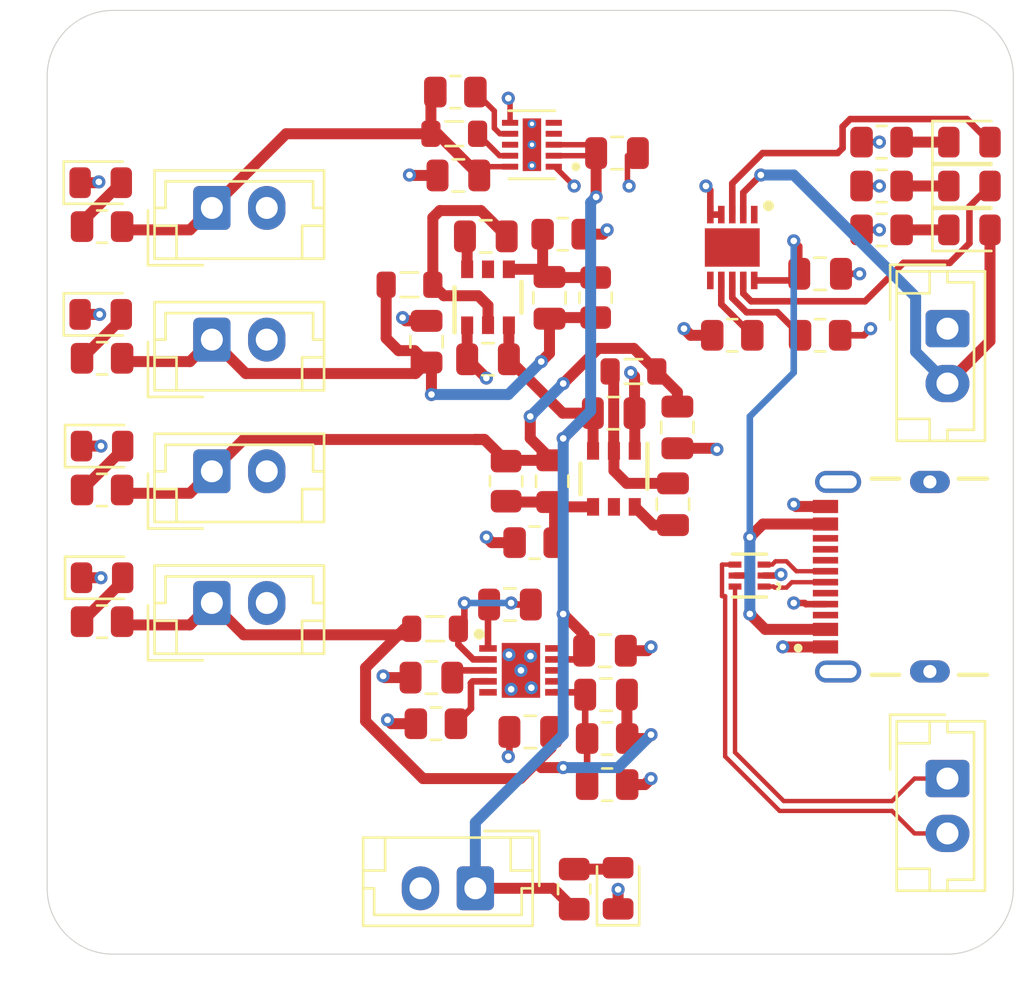
<source format=kicad_pcb>
(kicad_pcb (version 20240108) (generator "pcbnew") (generator_version "8.0")
  (layers (0 "F.Cu" signal) (1 "In1.Cu" signal) (2 "In2.Cu" signal) (31 "B.Cu" signal) (34 "B.Paste" user) (35 "F.Paste" user) (36 "B.SilkS" user "B.Silkscreen") (37 "F.SilkS" user "F.Silkscreen") (38 "B.Mask" user) (39 "F.Mask" user) (44 "Edge.Cuts" user))
  (net 0 "")
  (net 1 "VOUT2")
  (net 2 "GND")
  (net 3 "VOUT3")
  (net 4 "Net-(U4-FB)")
  (net 5 "Net-(U2-BOOT)")
  (net 6 "VBUS")
  (net 7 "VOUT4")
  (net 8 "Net-(U3-BOOT)")
  (net 9 "Net-(U4-INTVCC)")
  (net 10 "Net-(U4-BST)")
  (net 11 "STAT1")
  (net 12 "STAT2")
  (net 13 "BAT+")
  (net 14 "Net-(U1-SW)")
  (net 15 "Net-(U3-SW)")
  (net 16 "D+")
  (net 18 "D-")
  (net 19 "VIN")
  (net 20 "Net-(U4-SW)")
  (net 21 "Net-(U2-FB)")
  (net 22 "VOUT1")
  (net 23 "Net-(U2-SW)")
  (net 24 "Net-(D1-K)")
  (net 25 "Net-(D2-K)")
  (net 26 "Net-(U1-PG)")
  (net 27 "Net-(U4-RT)")
  (net 33 "Net-(U5-ILIM{slash}VSET)")
  (net 34 "Net-(U5-ISET)")
  (net 45 "Net-(U3-FB)")
  (net 46 "Net-(D3-K)")
  (net 47 "Net-(D4-A)")
  (net 48 "Net-(D5-A)")
  (net 49 "Net-(D6-A)")
  (net 50 "Net-(D7-A)")
  (net 51 "Net-(D8-A)")
  (net 52 "d++")
  (net 53 "d--")
  (footprint "Capacitor_SMD:C_0805_2012Metric" (layer "F.Cu") (at 77.998845 59.454082)
    (property "Reference" "CIN3" (hide yes))
    (property "Value" "1uF" (hide yes))
  )
  (footprint "Inductor_SMD:L_0805_2012Metric" (layer "F.Cu") (at 69.862291 69.279083)
    (property "Reference" "L2" (hide yes))
    (property "Value" "2.2uH" (hide yes))
  )
  (footprint "MountingHole:MountingHole_3.2mm_M3" (layer "F.Cu") (at 86.198845 81.104083)
    (property "Reference" "H3" (hide yes))
    (property "Value" "MountingHole")
  )
  (footprint "Connector_JST:JST_EH_B2B-EH-A_1x02_P2.50mm_Vertical" (layer "F.Cu") (at 59.698845 56.104083)
    (property "Reference" "J2" (hide yes))
    (property "Value" "Conn_01x02" (hide yes))
  )
  (footprint "SRAD_AVIONICS:BQ25185DLHR" (layer "F.Cu") (at 83.398844 51.906581 -90)
    (property "Reference" "U5" (hide yes))
    (property "Value" "BQ25185DLHR" (hide yes))
  )
  (footprint "LED_SMD:LED_0805_2012Metric" (layer "F.Cu") (at 54.698845 60.954083)
    (property "Reference" "D6" (hide yes))
    (property "Value" "LED")
  )
  (footprint "Connector_JST:JST_EH_B2B-EH-A_1x02_P2.50mm_Vertical" (layer "F.Cu") (at 93.198845 55.604083 -90)
    (property "Reference" "J7" (hide yes))
    (property "Value" "Conn_01x02" (hide yes))
  )
  (footprint "Capacitor_SMD:C_0805_2012Metric" (layer "F.Cu") (at 70.924791 48.624083 180)
    (property "Reference" "COUT1" (hide yes))
    (property "Value" "22uF" (hide yes))
  )
  (footprint "Resistor_SMD:R_0805_2012Metric" (layer "F.Cu") (at 76.198845 81.144083 -90)
    (property "Reference" "R18" (hide yes))
    (property "Value" "2kΩ")
  )
  (footprint "Capacitor_SMD:C_0805_2012Metric" (layer "F.Cu") (at 77.599791 70.279083)
    (property "Reference" "CIN4" (hide yes))
    (property "Value" "4.7uF" (hide yes))
  )
  (footprint "Capacitor_SMD:C_0805_2012Metric" (layer "F.Cu") (at 69.474791 56.199084 90)
    (property "Reference" "COUT2" (hide yes))
    (property "Value" "47uF" (hide yes))
  )
  (footprint "Connector_JST:JST_EH_B2B-EH-A_1x02_P2.50mm_Vertical" (layer "F.Cu") (at 59.698845 68.104083)
    (property "Reference" "J4" (hide yes))
    (property "Value" "Conn_01x02" (hide yes))
  )
  (footprint "LED_SMD:LED_0805_2012Metric" (layer "F.Cu") (at 54.636345 48.954083)
    (property "Reference" "D4" (hide yes))
    (property "Value" "LED")
  )
  (footprint "Resistor_SMD:R_0805_2012Metric" (layer "F.Cu") (at 83.398844 55.906581 180)
    (property "Reference" "R4" (hide yes))
    (property "Value" "5kΩ")
  )
  (footprint "Resistor_SMD:R_0805_2012Metric" (layer "F.Cu") (at 54.698845 62.954083)
    (property "Reference" "R16" (hide yes))
    (property "Value" "2kΩ")
  )
  (footprint "Capacitor_SMD:C_0805_2012Metric" (layer "F.Cu") (at 74.199791 73.979083)
    (property "Reference" "C3" (hide yes))
    (property "Value" "22uF" (hide yes))
  )
  (footprint "LED_SMD:LED_0805_2012Metric" (layer "F.Cu") (at 94.198845 49.104083)
    (property "Reference" "D1" (hide yes))
    (property "Value" "LED")
  )
  (footprint "MountingHole:MountingHole_3.2mm_M3" (layer "F.Cu") (at 55.198845 44.104083)
    (property "Reference" "H1" (hide yes))
    (property "Value" "MountingHole")
  )
  (footprint "Resistor_SMD:R_0805_2012Metric" (layer "F.Cu") (at 54.698845 50.954083)
    (property "Reference" "R7" (hide yes))
    (property "Value" "2kΩ")
  )
  (footprint "Inductor_SMD:L_0805_2012Metric" (layer "F.Cu") (at 70.737291 46.724083 180)
    (property "Reference" "L1" (hide yes))
    (property "Value" "10nH" (hide yes))
  )
  (footprint "Capacitor_SMD:C_0805_2012Metric" (layer "F.Cu") (at 77.649791 72.279083)
    (property "Reference" "C2" (hide yes))
    (property "Value" "10pF" (hide yes))
  )
  (footprint "Resistor_SMD:R_0805_2012Metric" (layer "F.Cu") (at 87.398844 55.906582)
    (property "Reference" "R5" (hide yes))
    (property "Value" "1kΩ")
  )
  (footprint "Resistor_SMD:R_0805_2012Metric" (layer "F.Cu") (at 70.787291 44.824083 180)
    (property "Reference" "R3" (hide yes))
    (property "Value" "100k" (hide yes))
  )
  (footprint "MountingHole:MountingHole_3.2mm_M3" (layer "F.Cu") (at 55.198845 81.104083)
    (property "Reference" "H4" (hide yes))
    (property "Value" "MountingHole")
  )
  (footprint "Connector_JST:JST_EH_B2B-EH-A_1x02_P2.50mm_Vertical" (layer "F.Cu") (at 71.698845 81.104083 180)
    (property "Reference" "J5" (hide yes))
    (property "Value" "Conn_01x02" (hide yes))
  )
  (footprint "SRAD_AVIONICS:GCT_USB4105-GF-A-060" (layer "F.Cu") (at 92.398844 66.906581 90)
    (property "Reference" "P1" (hide yes))
    (property "Value" "USB_C_Plug_USB2.0")
  )
  (footprint "Resistor_SMD:R_0805_2012Metric" (layer "F.Cu") (at 54.698845 56.954083)
    (property "Reference" "R15" (hide yes))
    (property "Value" "2kΩ")
  )
  (footprint "Capacitor_SMD:C_0805_2012Metric" (layer "F.Cu") (at 69.698845 71.504083 180)
    (property "Reference" "C6" (hide yes))
    (property "Value" "1uF" (hide yes))
  )
  (footprint "Capacitor_SMD:C_0805_2012Metric" (layer "F.Cu") (at 80.898842 60.104083 -90)
    (property "Reference" "COUT3" (hide yes))
    (property "Value" "47uF" (hide yes))
  )
  (footprint "LED_SMD:LED_0805_2012Metric" (layer "F.Cu") (at 54.636345 54.954083)
    (property "Reference" "D5" (hide yes))
    (property "Value" "LED")
  )
  (footprint "Capacitor_SMD:C_0805_2012Metric" (layer "F.Cu") (at 72.174791 51.399084 180)
    (property "Reference" "C4" (hide yes))
    (property "Value" "3.3uF" (hide yes))
  )
  (footprint "Connector_JST:JST_EH_B2B-EH-A_1x02_P2.50mm_Vertical" (layer "F.Cu") (at 59.698845 62.104083)
    (property "Reference" "J3" (hide yes))
    (property "Value" "Conn_01x02" (hide yes))
  )
  (footprint "LED_SMD:LED_0805_2012Metric" (layer "F.Cu") (at 54.698845 66.954083)
    (property "Reference" "D7" (hide yes))
    (property "Value" "LED")
  )
  (footprint "Capacitor_SMD:C_0805_2012Metric" (layer "F.Cu") (at 72.27479 56.999084 180)
    (property "Reference" "CIN2" (hide yes))
    (property "Value" "3.3uF" (hide yes))
  )
  (footprint "SRAD_AVIONICS:LT8609AEDDM-5#TRPBF" (layer "F.Cu") (at 73.774791 71.174083)
    (property "Reference" "U4" (hide yes))
    (property "Value" "LT8609AEDDM-5#TRPBF" (hide yes))
  )
  (footprint "LED_SMD:LED_0805_2012Metric" (layer "F.Cu") (at 94.198845 51.104083)
    (property "Reference" "D2" (hide yes))
    (property "Value" "LED")
  )
  (footprint "Connector_JST:JST_EH_B2B-EH-A_1x02_P2.50mm_Vertical" (layer "F.Cu") (at 59.698845 50.104083)
    (property "Reference" "J1" (hide yes))
    (property "Value" "Conn_01x02" (hide yes))
  )
  (footprint "Resistor_SMD:R_0805_2012Metric" (layer "F.Cu") (at 77.17479 54.186585 -90)
    (property "Reference" "R11" (hide yes))
    (property "Value" "100k" (hide yes))
  )
  (footprint "MountingHole:MountingHole_3.2mm_M3" (layer "F.Cu") (at 86.198845 44.104083)
    (property "Reference" "H2" (hide yes))
    (property "Value" "MountingHole")
  )
  (footprint "Connector_JST:JST_EH_B2B-EH-A_1x02_P2.50mm_Vertical" (layer "F.Cu") (at 93.198845 76.104083 -90)
    (property "Reference" "J6" (hide yes))
    (property "Value" "Conn_01x02" (hide yes))
  )
  (footprint "Capacitor_SMD:C_0805_2012Metric" (layer "F.Cu") (at 80.698845 63.604083 -90)
    (property "Reference" "C5" (hide yes))
    (property "Value" "100nF" (hide yes))
  )
  (footprint "Capacitor_SMD:C_0805_2012Metric" (layer "F.Cu") (at 73.274791 68.174083 180)
    (property "Reference" "C7" (hide yes))
    (property "Value" "2.2uH" (hide yes))
  )
  (footprint "Resistor_SMD:R_0805_2012Metric" (layer "F.Cu") (at 73.098844 62.554083 90)
    (property "Reference" "R13" (hide yes))
    (property "Value" "100k" (hide yes))
  )
  (footprint "LED_SMD:LED_0805_2012Metric" (layer "F.Cu") (at 78.198845 81.104083 90)
    (property "Reference" "D8" (hide yes))
    (property "Value" "LED")
  )
  (footprint "Resistor_SMD:R_0805_2012Metric" (layer "F.Cu") (at 77.699791 76.379083 180)
    (property "Reference" "R8" (hide yes))
    (property "Value" "187kΩ" (hide yes))
  )
  (footprint "Resistor_SMD:R_0805_2012Metric" (layer "F.Cu") (at 77.699791 74.279083)
    (property "Reference" "R9" (hide yes))
    (property "Value" "1MΩ" (hide yes))
  )
  (footprint "LED_SMD:LED_0805_2012Metric" (layer "F.Cu") (at 94.198845 47.104083)
    (property "Reference" "D3" (hide yes))
    (property "Value" "LED")
  )
  (footprint "SRAD_AVIONICS:TPS62177DQCR" (layer "F.Cu") (at 74.274791 47.224084 180)
    (property "Reference" "U1" (hide yes))
    (property "Value" "TPS62177DQCR")
  )
  (footprint "Capacitor_SMD:C_0805_2012Metric" (layer "F.Cu") (at 87.398844 53.104083 180)
    (property "Reference" "C1" (hide yes))
    (property "Value" "1uF")
  )
  (footprint "Resistor_SMD:R_0805_2012Metric" (layer "F.Cu") (at 75.67479 51.299084 180)
    (property "Reference" "R12" (hide yes))
    (property "Value" "100k" (hide yes))
  )
  (footprint "Resistor_SMD:R_0805_2012Metric" (layer "F.Cu") (at 69.899791 73.604083 180)
    (property "Reference" "R10" (hide yes))
    (property "Value" "18.2kΩ" (hide yes))
  )
  (footprint "Capacitor_SMD:C_0805_2012Metric" (layer "F.Cu") (at 75.07479 54.199084 90)
    (property "Reference" "C8" (hide yes))
    (property "Value" "3.3uF" (hide yes))
  )
  (footprint "Inductor_SMD:L_0805_2012Metric" (layer "F.Cu") (at 78.898845 57.554083)
    (property "Reference" "L4" (hide yes))
    (property "Value" "8.2nF" (hide yes))
  )
  (footprint "Capacitor_SMD:C_0805_2012Metric" (layer "F.Cu") (at 78.148844 47.604083)
    (property "Reference" "CIN1" (hide yes))
    (property "Value" "2.2uF" (hide yes))
  )
  (footprint "Resistor_SMD:R_0805_2012Metric" (layer "F.Cu") (at 54.698845 68.954083)
    (property "Reference" "R17" (hide yes))
    (property "Value" "2kΩ")
  )
  (footprint "Inductor_SMD:L_0805_2012Metric" (layer "F.Cu") (at 68.698845 53.604083 180)
    (property "Reference" "L3" (hide yes))
    (property "Value" "3.9uH" (hide yes))
  )
  (footprint "SRAD_AVIONICS:TPS54202HDDCR" (layer "F.Cu") (at 72.274791 54.174083 90)
    (property "Reference" "U2" (hide yes))
    (property "Value" "TPS54202HDDCR" (hide yes))
  )
  (footprint "SRAD_AVIONICS:SOT-666_STM-L" (layer "F.Cu") (at 84.184244 66.854085 180)
    (property "Reference" "U6" (hide yes))
    (property "Value" "USBLC6-2P6")
  )
  (footprint "SRAD_AVIONICS:TPS54202HDDCR" (layer "F.Cu") (at 78.00884 62.449084 -90)
    (property "Reference" "U3" (hide yes))
    (property "Value" "TPS54202HDDCR" (hide yes))
  )
  (footprint "Capacitor_SMD:C_0805_2012Metric" (layer "F.Cu") (at 75.198845 62.554082 -90)
    (property "Reference" "C9" (hide yes))
    (property "Value" "68pF" (hide yes))
  )
  (footprint "Resistor_SMD:R_0805_2012Metric" (layer "F.Cu") (at 90.198845 47.104083 180)
    (property "Reference" "R6" (hide yes))
    (property "Value" "10kΩ")
  )
  (footprint "Resistor_SMD:R_0805_2012Metric" (layer "F.Cu") (at 90.198845 49.104083 180)
    (property "Reference" "R2" (hide yes))
    (property "Value" "10kΩ")
  )
  (footprint "Resistor_SMD:R_0805_2012Metric" (layer "F.Cu") (at 74.398843 65.354083)
    (property "Reference" "R14" (hide yes))
    (property "Value" "50k" (hide yes))
  )
  (footprint "Resistor_SMD:R_0805_2012Metric" (layer "F.Cu") (at 90.198845 51.104083)
    (property "Reference" "R1" (hide yes))
    (property "Value" "10kΩ")
  )
  (gr_arc (start 55.198845 84.104083) (mid 53.077525 83.225403) (end 52.198845 81.104083) (stroke (width 0.05)) (layer "Edge.Cuts"))
  (gr_arc (start 52.198845 44.104083) (mid 53.077525 41.982763) (end 55.198845 41.104083) (stroke (width 0.05)) (layer "Edge.Cuts"))
  (gr_line (start 55.198845 84.104083) (end 93.198845 84.104083) (stroke (width 0.05)) (layer "Edge.Cuts"))
  (gr_line (start 52.198845 44.104083) (end 52.198845 81.104083) (stroke (width 0.05)) (layer "Edge.Cuts"))
  (gr_line (start 55.198845 41.104083) (end 93.198845 41.104083) (stroke (width 0.05)) (layer "Edge.Cuts"))
  (gr_arc (start 96.198845 81.104083) (mid 95.320165 83.225403) (end 93.198845 84.104083) (stroke (width 0.05)) (layer "Edge.Cuts"))
  (gr_line (start 96.198845 44.104083) (end 96.198845 81.104083) (stroke (width 0.05)) (layer "Edge.Cuts"))
  (gr_arc (start 93.198845 41.104083) (mid 95.320165 41.982763) (end 96.198845 44.104083) (stroke (width 0.05)) (layer "Edge.Cuts"))
  (segment (start 77.17479 55.099085) (end 75.124788 55.099085) (width 0.5) (layer "F.Cu") (net 1))
  (segment (start 75.07479 56.728138) (end 74.698845 57.104083) (width 0.5) (layer "F.Cu") (net 1))
  (segment (start 75.07479 55.149083) (end 75.07479 56.728138) (width 0.5) (layer "F.Cu") (net 1))
  (segment (start 68.929791 56.604083) (end 69.474791 57.149083) (width 0.5) (layer "F.Cu") (net 1))
  (segment (start 59.698845 56.104083) (end 58.698845 57.104083) (width 0.5) (layer "F.Cu") (net 1))
  (segment (start 55.761345 57.104083) (end 55.611345 56.954083) (width 0.5) (layer "F.Cu") (net 1))
  (segment (start 67.636345 53.604083) (end 67.636345 56.041583) (width 0.5) (layer "F.Cu") (net 1))
  (segment (start 68.198845 56.604083) (end 68.929791 56.604083) (width 0.5) (layer "F.Cu") (net 1))
  (segment (start 67.636345 56.041583) (end 68.198845 56.604083) (width 0.5) (layer "F.Cu") (net 1))
  (segment (start 69.698845 57.373137) (end 69.474791 57.149083) (width 0.5) (layer "F.Cu") (net 1))
  (segment (start 75.124788 55.099085) (end 75.07479 55.149083) (width 0.5) (layer "F.Cu") (net 1))
  (segment (start 68.974853 57.649021) (end 61.243783 57.649021) (width 0.5) (layer "F.Cu") (net 1))
  (segment (start 58.698845 57.104083) (end 55.761345 57.104083) (width 0.5) (layer "F.Cu") (net 1))
  (segment (start 61.243783 57.649021) (end 59.698845 56.104083) (width 0.5) (layer "F.Cu") (net 1))
  (segment (start 69.698845 58.604083) (end 69.698845 57.373137) (width 0.5) (layer "F.Cu") (net 1))
  (segment (start 69.474791 57.149083) (end 68.974853 57.649021) (width 0.5) (layer "F.Cu") (net 1))
  (via (at 74.698845 57.104083) (size 0.6) (drill 0.3) (layers "F.Cu" "B.Cu") (net 1))
  (via (at 69.698845 58.604083) (size 0.6) (drill 0.3) (layers "F.Cu" "B.Cu") (net 1))
  (segment (start 74.698845 57.104083) (end 73.198845 58.604083) (width 0.5) (layer "B.Cu") (net 1))
  (segment (start 73.198845 58.604083) (end 69.698845 58.604083) (width 0.5) (layer "B.Cu") (net 1))
  (segment (start 67.572899 71.504083) (end 67.497899 71.429083) (width 0.5) (layer "F.Cu") (net 2))
  (segment (start 86.698845 68.104083) (end 86.198845 68.104083) (width 0.3) (layer "F.Cu") (net 2))
  (segment (start 71.324791 56.999084) (end 71.343846 56.999084) (width 0.5) (layer "F.Cu") (net 2))
  (segment (start 53.698845 48.954083) (end 54.513183 48.954083) (width 0.5) (layer "F.Cu") (net 2))
  (segment (start 78.612291 76.379083) (end 79.423845 76.379083) (width 0.5) (layer "F.Cu") (net 2))
  (segment (start 87.643844 70.106581) (end 85.701343 70.106581) (width 0.5) (layer "F.Cu") (net 2))
  (segment (start 87.643844 63.706581) (end 86.301343 63.706581) (width 0.5) (layer "F.Cu") (net 2))
  (segment (start 67.873845 73.604083) (end 67.698845 73.429083) (width 0.5) (layer "F.Cu") (net 2))
  (segment (start 53.698845 54.954083) (end 54.586345 54.954083) (width 0.5) (layer "F.Cu") (net 2))
  (segment (start 75.269791 48.224084) (end 75.318846 48.224084) (width 0.25) (layer "F.Cu") (net 2))
  (segment (start 84.844644 66.854085) (end 85.566 66.854085) (width 0.3) (layer "F.Cu") (net 2))
  (segment (start 89.396346 55.906582) (end 89.698845 55.604083) (width 0.3) (layer "F.Cu") (net 2))
  (segment (start 78.948844 59.454082) (end 78.948844 57.779082) (width 0.5) (layer "F.Cu") (net 2))
  (segment (start 78.62479 47.724083) (end 78.62479 49.030028) (width 0.25) (layer "F.Cu") (net 2))
  (segment (start 78.948844 57.779082) (end 78.773845 57.604083) (width 0.5) (layer "F.Cu") (net 2))
  (segment (start 78.958841 59.464079) (end 78.948844 59.454082) (width 0.5) (layer "F.Cu") (net 2))
  (segment (start 79.423845 76.379083) (end 79.698845 76.104083) (width 0.5) (layer "F.Cu") (net 2))
  (segment (start 73.249791 73.979083) (end 73.249791 75.053137) (width 0.3) (layer "F.Cu") (net 2))
  (segment (start 87.643844 68.156581) (end 86.751343 68.156581) (width 0.3) (layer "F.Cu") (net 2))
  (segment (start 69.474791 55.249085) (end 68.531347 55.249085) (width 0.5) (layer "F.Cu") (net 2))
  (segment (start 80.898842 61.054082) (end 82.648844 61.054082) (width 0.5) (layer "F.Cu") (net 2))
  (segment (start 76.58729 51.299084) (end 77.503844 51.299084) (width 0.5) (layer "F.Cu") (net 2))
  (segment (start 53.761345 66.954083) (end 54.648845 66.954083) (width 0.5) (layer "F.Cu") (net 2))
  (segment (start 86.301343 63.706581) (end 86.198845 63.604083) (width 0.5) (layer "F.Cu") (net 2))
  (segment (start 72.448845 65.354083) (end 72.198845 65.104083) (width 0.5) (layer "F.Cu") (net 2))
  (segment (start 71.32479 56.999083) (end 71.324791 56.999084) (width 0.5) (layer "F.Cu") (net 2))
  (segment (start 73.486343 65.354083) (end 72.448845 65.354083) (width 0.5) (layer "F.Cu") (net 2))
  (segment (start 68.748845 71.504083) (end 67.572899 71.504083) (width 0.5) (layer "F.Cu") (net 2))
  (segment (start 68.718845 48.624083) (end 68.698845 48.604083) (width 0.5) (layer "F.Cu") (net 2))
  (segment (start 82.486344 55.906581) (end 81.501343 55.906581) (width 0.5) (layer "F.Cu") (net 2))
  (segment (start 82.898844 50.406581) (end 82.398844 50.406581) (width 0.3) (layer "F.Cu") (net 2))
  (segment (start 71.32479 55.449084) (end 71.32479 56.999083) (width 0.5) (layer "F.Cu") (net 2))
  (segment (start 78.958841 61.174083) (end 78.958841 59.464079) (width 0.5) (layer "F.Cu") (net 2))
  (segment (start 78.549791 70.279083) (end 79.523845 70.279083) (width 0.5) (layer "F.Cu") (net 2))
  (segment (start 68.531347 55.249085) (end 68.386345 55.104083) (width 0.5) (layer "F.Cu") (net 2))
  (segment (start 85.566 66.854085) (end 85.616002 66.804083) (width 0.3) (layer "F.Cu") (net 2))
  (segment (start 54.513183 48.954083) (end 54.549764 48.917502) (width 0.5) (layer "F.Cu") (net 2))
  (segment (start 82.398844 49.304082) (end 82.198845 49.104083) (width 0.3) (layer "F.Cu") (net 2))
  (segment (start 75.318846 48.224084) (end 76.198845 49.104083) (width 0.25) (layer "F.Cu") (net 2))
  (segment (start 79.523845 70.279083) (end 79.698845 70.104083) (width 0.5) (layer "F.Cu") (net 2))
  (segment (start 89.286345 49.104083) (end 90.098845 49.104083) (width 0.3) (layer "F.Cu") (net 2))
  (segment (start 73.279791 45.185029) (end 73.198845 45.104083) (width 0.25) (layer "F.Cu") (net 2))
  (segment (start 78.62479 49.030028) (end 78.698845 49.104083) (width 0.25) (layer "F.Cu") (net 2))
  (segment (start 89.286345 47.104083) (end 90.098845 47.104083) (width 0.3) (layer "F.Cu") (net 2))
  (segment (start 73.279791 46.224084) (end 73.279791 45.185029) (width 0.25) (layer "F.Cu") (net 2))
  (segment (start 73.249791 75.053137) (end 73.198845 75.104083) (width 0.3) (layer "F.Cu") (net 2))
  (segment (start 86.751343 68.156581) (end 86.698845 68.104083) (width 0.3) (layer "F.Cu") (net 2))
  (segment (start 89.286345 51.104083) (end 90.098845 51.104083) (width 0.3) (layer "F.Cu") (net 2))
  (segment (start 68.987291 73.604083) (end 67.873845 73.604083) (width 0.5) (layer "F.Cu") (net 2))
  (segment (start 88.348843 53.104083) (end 89.198845 53.104083) (width 0.3) (layer "F.Cu") (net 2))
  (segment (start 82.648844 61.054082) (end 82.698845 61.104083) (width 0.5) (layer "F.Cu") (net 2))
  (segment (start 69.974792 48.624083) (end 68.718845 48.624083) (width 0.5) (layer "F.Cu") (net 2))
  (segment (start 85.701343 70.106581) (end 85.698845 70.104083) (width 0.5) (layer "F.Cu") (net 2))
  (segment (start 81.501343 55.906581) (end 81.198845 55.604083) (width 0.5) (layer "F.Cu") (net 2))
  (segment (start 77.503844 51.299084) (end 77.698845 51.104083) (width 0.5) (layer "F.Cu") (net 2))
  (segment (start 78.198845 82.041584) (end 78.198845 81.154082) (width 0.5) (layer "F.Cu") (net 2))
  (segment (start 88.311344 55.906582) (end 89.396346 55.906582) (width 0.3) (layer "F.Cu") (net 2))
  (segment (start 71.343846 56.999084) (end 72.198845 57.854083) (width 0.5) (layer "F.Cu") (net 2))
  (segment (start 53.761345 60.954083) (end 54.648845 60.954083) (width 0.5) (layer "F.Cu") (net 2))
  (segment (start 82.398844 50.406581) (end 82.398844 49.304082) (width 0.3) (layer "F.Cu") (net 2))
  (via (at 54.648845 60.954083) (size 0.6) (drill 0.3) (layers "F.Cu" "B.Cu") (net 2))
  (via (at 77.698845 51.104083) (size 0.6) (drill 0.3) (layers "F.Cu" "B.Cu") (net 2))
  (via (at 78.698845 49.104083) (size 0.6) (drill 0.3) (layers "F.Cu" "B.Cu") (net 2))
  (via (at 73.198845 45.104083) (size 0.6) (drill 0.3) (layers "F.Cu" "B.Cu") (net 2))
  (via (at 76.198845 49.104083) (size 0.6) (drill 0.3) (layers "F.Cu" "B.Cu") (net 2))
  (via (at 68.386345 55.104083) (size 0.6) (drill 0.3) (layers "F.Cu" "B.Cu") (net 2))
  (via (at 73.774791 71.174083) (size 0.6) (drill 0.3) (layers "F.Cu" "B.Cu") (net 2))
  (via (at 72.198845 65.104083) (size 0.6) (drill 0.3) (layers "F.Cu" "B.Cu") (net 2))
  (via (at 73.228845 70.464083) (size 0.6) (drill 0.3) (layers "F.Cu" "B.Cu") (net 2))
  (via (at 73.328845 72.034083) (size 0.6) (drill 0.3) (layers "F.Cu" "B.Cu") (net 2))
  (via (at 89.198845 53.104083) (size 0.6) (drill 0.3) (layers "F.Cu" "B.Cu") (net 2))
  (via (at 89.698845 55.604083) (size 0.6) (drill 0.3) (layers "F.Cu" "B.Cu") (net 2))
  (via (at 79.698845 70.104083) (size 0.6) (drill 0.3) (layers "F.Cu" "B.Cu") (net 2))
  (via (at 54.586345 54.954083) (size 0.6) (drill 0.3) (layers "F.Cu" "B.Cu") (net 2))
  (via (at 82.198845 49.104083) (size 0.6) (drill 0.3) (layers "F.Cu" "B.Cu") (net 2))
  (via (at 85.698845 70.104083) (size 0.6) (drill 0.3) (layers "F.Cu" "B.Cu") (net 2))
  (via (at 67.698845 73.429083) (size 0.6) (drill 0.3) (layers "F.Cu" "B.Cu") (net 2))
  (via (at 73.198845 75.104083) (size 0.6) (drill 0.3) (layers "F.Cu" "B.Cu") (net 2))
  (via (at 81.198845 55.604083) (size 0.6) (drill 0.3) (layers "F.Cu" "B.Cu") (net 2))
  (via (at 54.549764 48.917502) (size 0.6) (drill 0.3) (layers "F.Cu" "B.Cu") (net 2))
  (via (at 90.098845 49.104083) (size 0.6) (drill 0.3) (layers "F.Cu" "B.Cu") (net 2))
  (via (at 68.698845 48.604083) (size 0.6) (drill 0.3) (layers "F.Cu" "B.Cu") (net 2))
  (via (at 72.198845 57.854083) (size 0.6) (drill 0.3) (layers "F.Cu" "B.Cu") (net 2))
  (via (at 74.208845 70.524083) (size 0.6) (drill 0.3) (layers "F.Cu" "B.Cu") (net 2))
  (via (at 54.648845 66.954083) (size 0.6) (drill 0.3) (layers "F.Cu" "B.Cu") (net 2))
  (via (at 67.497899 71.429083) (size 0.6) (drill 0.3) (layers "F.Cu" "B.Cu") (net 2))
  (via (at 85.616002 66.804083) (size 0.6) (drill 0.3) (layers "F.Cu" "B.Cu") (net 2))
  (via (at 86.198845 68.104083) (size 0.6) (drill 0.3) (layers "F.Cu" "B.Cu") (net 2))
  (via (at 78.773845 57.604083) (size 0.6) (drill 0.3) (layers "F.Cu" "B.Cu") (net 2))
  (via (at 86.198845 63.604083) (size 0.6) (drill 0.3) (layers "F.Cu" "B.Cu") (net 2))
  (via (at 78.198845 81.154082) (size 0.6) (drill 0.3) (layers "F.Cu" "B.Cu") (net 2))
  (via (at 82.698845 61.104083) (size 0.6) (drill 0.3) (layers "F.Cu" "B.Cu") (net 2))
  (via (at 74.248845 71.964083) (size 0.6) (drill 0.3) (layers "F.Cu" "B.Cu") (net 2))
  (via (at 79.698845 76.104083) (size 0.6) (drill 0.3) (layers "F.Cu" "B.Cu") (net 2))
  (via (at 90.098845 51.104083) (size 0.6) (drill 0.3) (layers "F.Cu" "B.Cu") (net 2))
  (via (at 90.098845 47.104083) (size 0.6) (drill 0.3) (layers "F.Cu" "B.Cu") (net 2))
  (segment (start 80.898842 59.154084) (end 80.898842 58.49158) (width 0.5) (layer "F.Cu") (net 3))
  (segment (start 74.198845 60.604083) (end 75.198845 61.604083) (width 0.5) (layer "F.Cu") (net 3))
  (segment (start 78.911345 56.504083) (end 77.298845 56.504083) (width 0.5) (layer "F.Cu") (net 3))
  (segment (start 72.111344 60.654083) (end 71.698845 60.654083) (width 0.5) (layer "F.Cu") (net 3))
  (segment (start 79.961345 57.554083) (end 78.911345 56.504083) (width 0.5) (layer "F.Cu") (net 3))
  (segment (start 80.898842 58.49158) (end 79.961345 57.554083) (width 0.5) (layer "F.Cu") (net 3))
  (segment (start 77.298845 56.504083) (end 75.698845 58.104083) (width 0.5) (layer "F.Cu") (net 3))
  (segment (start 58.698845 63.104083) (end 55.761345 63.104083) (width 0.5) (layer "F.Cu") (net 3))
  (segment (start 55.761345 63.104083) (end 55.611345 62.954083) (width 0.5) (layer "F.Cu") (net 3))
  (segment (start 74.198845 59.604083) (end 74.198845 60.604083) (width 0.5) (layer "F.Cu") (net 3))
  (segment (start 71.698845 60.654083) (end 61.148845 60.654083) (width 0.5) (layer "F.Cu") (net 3))
  (segment (start 73.098844 61.641583) (end 72.111344 60.654083) (width 0.5) (layer "F.Cu") (net 3))
  (segment (start 75.198845 61.604083) (end 73.061343 61.604083) (width 0.5) (layer "F.Cu") (net 3))
  (segment (start 61.148845 60.654083) (end 59.698845 62.104083) (width 0.5) (layer "F.Cu") (net 3))
  (segment (start 59.698845 62.104083) (end 58.698845 63.104083) (width 0.5) (layer "F.Cu") (net 3))
  (segment (start 73.061343 61.604083) (end 72.111343 60.654083) (width 0.5) (layer "F.Cu") (net 3))
  (segment (start 72.111343 60.654083) (end 71.698845 60.654083) (width 0.5) (layer "F.Cu") (net 3))
  (via (at 74.198845 59.604083) (size 0.6) (drill 0.3) (layers "F.Cu" "B.Cu") (net 3))
  (via (at 75.698845 58.104083) (size 0.6) (drill 0.3) (layers "F.Cu" "B.Cu") (net 3))
  (segment (start 75.698845 58.104083) (end 74.198845 59.604083) (width 0.5) (layer "B.Cu") (net 3))
  (segment (start 76.699791 74.191583) (end 76.787291 74.279083) (width 0.3) (layer "F.Cu") (net 4))
  (segment (start 76.787291 74.279083) (end 76.787291 76.379083) (width 0.3) (layer "F.Cu") (net 4))
  (segment (start 76.699791 72.279083) (end 76.699791 74.191583) (width 0.3) (layer "F.Cu") (net 4))
  (segment (start 76.594791 72.174083) (end 76.699791 72.279083) (width 0.3) (layer "F.Cu") (net 4))
  (segment (start 75.274791 72.174083) (end 76.594791 72.174083) (width 0.3) (layer "F.Cu") (net 4))
  (segment (start 71.32479 52.899084) (end 71.32479 51.499082) (width 0.5) (layer "F.Cu") (net 5))
  (segment (start 71.32479 51.499082) (end 71.224792 51.399084) (width 0.5) (layer "F.Cu") (net 5))
  (segment (start 84.796347 64.506581) (end 84.198845 65.104083) (width 0.5) (layer "F.Cu") (net 6))
  (segment (start 84.901343 69.306581) (end 84.198845 68.604083) (width 0.5) (layer "F.Cu") (net 6))
  (segment (start 84.198845 66.897285) (end 84.198845 68.604083) (width 0.3) (layer "F.Cu") (net 6))
  (segment (start 84.155645 66.854085) (end 84.198845 66.897285) (width 0.3) (layer "F.Cu") (net 6))
  (segment (start 86.448845 51.854083) (end 86.448845 53.104083) (width 0.3) (layer "F.Cu") (net 6))
  (segment (start 86.198845 51.604083) (end 86.448845 51.854083) (width 0.3) (layer "F.Cu") (net 6))
  (segment (start 86.146347 53.406581) (end 84.398844 53.406581) (width 0.3) (layer "F.Cu") (net 6))
  (segment (start 84.198845 66.810885) (end 84.198845 65.104083) (width 0.3) (layer "F.Cu") (net 6))
  (segment (start 86.448845 53.104083) (end 86.146347 53.406581) (width 0.3) (layer "F.Cu") (net 6))
  (segment (start 87.643844 69.306581) (end 84.901343 69.306581) (width 0.5) (layer "F.Cu") (net 6))
  (segment (start 83.523844 66.854085) (end 84.155645 66.854085) (width 0.3) (layer "F.Cu") (net 6))
  (segment (start 87.643844 64.506581) (end 84.796347 64.506581) (width 0.5) (layer "F.Cu") (net 6))
  (segment (start 84.155645 66.854085) (end 84.198845 66.810885) (width 0.3) (layer "F.Cu") (net 6))
  (via (at 84.198845 68.604083) (size 0.6) (drill 0.3) (layers "F.Cu" "B.Cu") (net 6))
  (via (at 86.198845 51.604083) (size 0.6) (drill 0.3) (layers "F.Cu" "B.Cu") (net 6))
  (via (at 84.198845 65.104083) (size 0.6) (drill 0.3) (layers "F.Cu" "B.Cu") (net 6))
  (segment (start 84.198845 59.604083) (end 84.198845 65.104083) (width 0.3) (layer "B.Cu") (net 6))
  (segment (start 86.198845 51.604083) (end 86.198845 57.604083) (width 0.3) (layer "B.Cu") (net 6))
  (segment (start 84.198845 68.604083) (end 84.198845 65.104083) (width 0.5) (layer "B.Cu") (net 6))
  (segment (start 86.198845 57.604083) (end 84.198845 59.604083) (width 0.3) (layer "B.Cu") (net 6))
  (segment (start 58.698845 69.104083) (end 59.698845 68.104083) (width 0.5) (layer "F.Cu") (net 7))
  (segment (start 78.612291 74.279083) (end 79.523845 74.279083) (width 0.5) (layer "F.Cu") (net 7))
  (segment (start 75.149791 73.979083) (end 75.149791 74.704083) (width 0.5) (layer "F.Cu") (net 7))
  (segment (start 74.474318 75.379556) (end 73.749791 76.104083) (width 0.5) (layer "F.Cu") (net 7))
  (segment (start 68.524791 69.554083) (end 61.148845 69.554083) (width 0.5) (layer "F.Cu") (net 7))
  (segment (start 78.599791 72.279083) (end 78.599791 74.266583) (width 0.5) (layer "F.Cu") (net 7))
  (segment (start 75.149791 74.704083) (end 74.474318 75.379556) (width 0.5) (layer "F.Cu") (net 7))
  (segment (start 55.611345 68.954083) (end 55.761345 69.104083) (width 0.5) (layer "F.Cu") (net 7))
  (segment (start 73.749791 76.104083) (end 69.313184 76.104083) (width 0.5) (layer "F.Cu") (net 7))
  (segment (start 68.799791 69.279083) (end 68.524791 69.554083) (width 0.5) (layer "F.Cu") (net 7))
  (segment (start 55.761345 69.104083) (end 58.698845 69.104083) (width 0.5) (layer "F.Cu") (net 7))
  (segment (start 79.523845 74.279083) (end 79.698845 74.104083) (width 0.5) (layer "F.Cu") (net 7))
  (segment (start 61.148845 69.554083) (end 59.698845 68.104083) (width 0.5) (layer "F.Cu") (net 7))
  (segment (start 69.313184 76.104083) (end 66.698845 73.489744) (width 0.5) (layer "F.Cu") (net 7))
  (segment (start 66.698845 73.489744) (end 66.698845 71.054083) (width 0.5) (layer "F.Cu") (net 7))
  (segment (start 66.698845 71.054083) (end 68.473845 69.279083) (width 0.5) (layer "F.Cu") (net 7))
  (segment (start 75.698845 75.604083) (end 74.698845 75.604083) (width 0.5) (layer "F.Cu") (net 7))
  (segment (start 78.599791 74.266583) (end 78.612291 74.279083) (width 0.5) (layer "F.Cu") (net 7))
  (segment (start 74.698845 75.604083) (end 74.474318 75.379556) (width 0.5) (layer "F.Cu") (net 7))
  (segment (start 68.473845 69.279083) (end 68.799791 69.279083) (width 0.5) (layer "F.Cu") (net 7))
  (via (at 79.698845 74.104083) (size 0.6) (drill 0.3) (layers "F.Cu" "B.Cu") (net 7))
  (via (at 75.698845 75.604083) (size 0.6) (drill 0.3) (layers "F.Cu" "B.Cu") (net 7))
  (segment (start 79.698845 74.104083) (end 78.198845 75.604083) (width 0.5) (layer "B.Cu") (net 7))
  (segment (start 78.198845 75.604083) (end 75.698845 75.604083) (width 0.5) (layer "B.Cu") (net 7))
  (segment (start 79.78884 64.554082) (end 78.958841 63.724083) (width 0.5) (layer "F.Cu") (net 8))
  (segment (start 80.698845 64.554082) (end 79.78884 64.554082) (width 0.5) (layer "F.Cu") (net 8))
  (segment (start 78.948844 63.73408) (end 78.958841 63.724083) (width 0.5) (layer "F.Cu") (net 8))
  (segment (start 72.274791 71.174083) (end 70.978845 71.174083) (width 0.3) (layer "F.Cu") (net 9))
  (segment (start 70.978845 71.174083) (end 70.648845 71.504083) (width 0.3) (layer "F.Cu") (net 9))
  (segment (start 70.648845 71.504083) (end 70.849791 71.504083) (width 0.3) (layer "F.Cu") (net 9))
  (segment (start 72.274791 70.174083) (end 72.274791 68.224084) (width 0.3) (layer "F.Cu") (net 10))
  (segment (start 72.274791 68.224084) (end 72.324792 68.174083) (width 0.3) (layer "F.Cu") (net 10))
  (segment (start 94.198845 50.041584) (end 95.136346 49.104083) (width 0.3) (layer "F.Cu") (net 11))
  (segment (start 91.198845 52.604083) (end 93.307788 52.604083) (width 0.3) (layer "F.Cu") (net 11))
  (segment (start 83.898844 53.406581) (end 83.898844 53.998225) (width 0.3) (layer "F.Cu") (net 11))
  (segment (start 89.446347 54.356581) (end 91.198845 52.604083) (width 0.3) (layer "F.Cu") (net 11))
  (segment (start 83.898844 53.998225) (end 84.2572 54.356581) (width 0.3) (layer "F.Cu") (net 11))
  (segment (start 84.2572 54.356581) (end 89.446347 54.356581) (width 0.3) (layer "F.Cu") (net 11))
  (segment (start 93.307788 52.604083) (end 94.198845 51.713026) (width 0.3) (layer "F.Cu") (net 11))
  (segment (start 94.198845 51.713026) (end 94.198845 50.041584) (width 0.3) (layer "F.Cu") (net 11))
  (segment (start 88.423845 46.398627) (end 88.768389 46.054083) (width 0.3) (layer "F.Cu") (net 12))
  (segment (start 88.423845 47.379083) (end 88.423845 46.398627) (width 0.3) (layer "F.Cu") (net 12))
  (segment (start 83.398844 48.984845) (end 84.779606 47.604083) (width 0.3) (layer "F.Cu") (net 12))
  (segment (start 94.086346 46.054083) (end 95.136346 47.104083) (width 0.3) (layer "F.Cu") (net 12))
  (segment (start 88.768389 46.054083) (end 94.086346 46.054083) (width 0.3) (layer "F.Cu") (net 12))
  (segment (start 83.398844 50.406581) (end 83.398844 48.984845) (width 0.3) (layer "F.Cu") (net 12))
  (segment (start 84.779606 47.604083) (end 88.198845 47.604083) (width 0.3) (layer "F.Cu") (net 12))
  (segment (start 88.198845 47.604083) (end 88.423845 47.379083) (width 0.3) (layer "F.Cu") (net 12))
  (segment (start 83.898844 49.404084) (end 84.698845 48.604083) (width 0.3) (layer "F.Cu") (net 13))
  (segment (start 93.198845 58.104083) (end 95.136346 56.166582) (width 0.5) (layer "F.Cu") (net 13))
  (segment (start 83.898844 50.406581) (end 83.898844 49.404084) (width 0.3) (layer "F.Cu") (net 13))
  (segment (start 95.136346 56.166582) (end 95.136346 51.104083) (width 0.5) (layer "F.Cu") (net 13))
  (via (at 84.698845 48.604083) (size 0.6) (drill 0.3) (layers "F.Cu" "B.Cu") (net 13))
  (segment (start 93.198845 58.104083) (end 91.748845 56.654083) (width 0.5) (layer "B.Cu") (net 13))
  (segment (start 91.748845 54.154083) (end 86.198845 48.604083) (width 0.5) (layer "B.Cu") (net 13))
  (segment (start 86.198845 48.604083) (end 84.698845 48.604083) (width 0.5) (layer "B.Cu") (net 13))
  (segment (start 91.748845 56.654083) (end 91.748845 54.154083) (width 0.5) (layer "B.Cu") (net 13))
  (segment (start 73.279791 47.724084) (end 72.799792 47.724084) (width 0.25) (layer "F.Cu") (net 14))
  (segment (start 72.799792 47.724084) (end 71.799791 46.724083) (width 0.25) (layer "F.Cu") (net 14))
  (segment (start 78.588841 62.654084) (end 80.698845 62.654084) (width 0.5) (layer "F.Cu") (net 15))
  (segment (start 78.00884 62.074083) (end 78.588841 62.654084) (width 0.5) (layer "F.Cu") (net 15))
  (segment (start 77.998844 61.164087) (end 77.998844 57.716582) (width 0.5) (layer "F.Cu") (net 15))
  (segment (start 78.00884 61.174083) (end 78.00884 62.074083) (width 0.5) (layer "F.Cu") (net 15))
  (segment (start 77.998844 57.716582) (end 77.836345 57.554083) (width 0.5) (layer "F.Cu") (net 15))
  (segment (start 78.00884 61.174083) (end 77.998844 61.164087) (width 0.5) (layer "F.Cu") (net 15))
  (segment (start 85.742043 77.129082) (end 90.673843 77.129084) (width 0.2) (layer "F.Cu") (net 16))
  (segment (start 83.523845 74.910883) (end 85.742043 77.129082) (width 0.2) (layer "F.Cu") (net 16))
  (segment (start 83.523844 67.354082) (end 83.523845 74.910883) (width 0.2) (layer "F.Cu") (net 16))
  (segment (start 90.673843 77.129084) (end 91.698843 76.104084) (width 0.2) (layer "F.Cu") (net 16))
  (segment (start 91.698843 76.104084) (end 93.198845 76.104083) (width 0.2) (layer "F.Cu") (net 16))
  (segment (start 83.073844 67.793784) (end 83.073845 75.097282) (width 0.2) (layer "F.Cu") (net 18))
  (segment (start 90.673843 77.579084) (end 91.698843 78.604084) (width 0.2) (layer "F.Cu") (net 18))
  (segment (start 83.523845 66.354083) (end 82.931745 66.354083) (width 0.2) (layer "F.Cu") (net 18))
  (segment (start 91.698843 78.604084) (end 93.198844 78.604081) (width 0.2) (layer "F.Cu") (net 18))
  (segment (start 82.931745 67.793781) (end 83.073844 67.793784) (width 0.2) (layer "F.Cu") (net 18))
  (segment (start 85.555644 77.579082) (end 90.673843 77.579084) (width 0.2) (layer "F.Cu") (net 18))
  (segment (start 82.931745 66.354083) (end 82.931745 67.793781) (width 0.2) (layer "F.Cu") (net 18))
  (segment (start 83.073845 75.097282) (end 85.555644 77.579082) (width 0.2) (layer "F.Cu") (net 18))
  (segment (start 77.058842 59.464078) (end 77.048846 59.454082) (width 0.5) (layer "F.Cu") (net 19))
  (segment (start 77.058842 61.174083) (end 77.058842 59.464078) (width 0.5) (layer "F.Cu") (net 19))
  (segment (start 75.246345 81.104083) (end 76.198845 82.056583) (width 0.5) (layer "F.Cu") (net 19))
  (segment (start 75.698845 68.604083) (end 76.649791 69.555029) (width 0.5) (layer "F.Cu") (net 19))
  (segment (start 76.818846 47.224084) (end 75.269791 47.224084) (width 0.25) (layer "F.Cu") (net 19))
  (segment (start 77.198845 47.604083) (end 77.198845 49.604083) (width 0.5) (layer "F.Cu") (net 19))
  (segment (start 76.254791 70.674083) (end 76.649791 70.279083) (width 0.3) (layer "F.Cu") (net 19))
  (segment (start 76.848846 59.454082) (end 77.048846 59.454082) (width 0.5) (layer "F.Cu") (net 19))
  (segment (start 75.679787 59.454082) (end 73.224789 56.999084) (width 0.5) (layer "F.Cu") (net 19))
  (segment (start 77.078844 47.724084) (end 77.198845 47.604083) (width 0.25) (layer "F.Cu") (net 19))
  (segment (start 76.649791 69.555029) (end 76.649791 70.279083) (width 0.5) (layer "F.Cu") (net 19))
  (segment (start 77.048846 59.454082) (end 75.679787 59.454082) (width 0.5) (layer "F.Cu") (net 19))
  (segment (start 71.698845 81.104083) (end 75.246345 81.104083) (width 0.5) (layer "F.Cu") (net 19))
  (segment (start 75.274791 70.674083) (end 76.254791 70.674083) (width 0.3) (layer "F.Cu") (net 19))
  (segment (start 75.698845 60.604083) (end 76.848846 59.454082) (width 0.5) (layer "F.Cu") (net 19))
  (segment (start 77.198845 47.604083) (end 76.818846 47.224084) (width 0.25) (layer "F.Cu") (net 19))
  (segment (start 73.224789 55.449084) (end 73.224789 56.999084) (width 0.5) (layer "F.Cu") (net 19))
  (segment (start 75.269791 47.724084) (end 77.078844 47.724084) (width 0.25) (layer "F.Cu") (net 19))
  (via (at 77.198845 49.604083) (size 0.6) (drill 0.3) (layers "F.Cu" "B.Cu") (net 19))
  (via (at 75.698845 60.604083) (size 0.6) (drill 0.3) (layers "F.Cu" "B.Cu") (net 19))
  (via (at 75.698845 68.604083) (size 0.6) (drill 0.3) (layers "F.Cu" "B.Cu") (net 19))
  (segment (start 76.948845 59.354083) (end 76.948845 49.854083) (width 0.5) (layer "B.Cu") (net 19))
  (segment (start 75.698845 74.104083) (end 71.698845 78.104083) (width 0.5) (layer "B.Cu") (net 19))
  (segment (start 71.698845 78.104083) (end 71.698845 81.104083) (width 0.5) (layer "B.Cu") (net 19))
  (segment (start 75.698845 60.604083) (end 76.948845 59.354083) (width 0.5) (layer "B.Cu") (net 19))
  (segment (start 75.698845 68.604083) (end 75.698845 60.604083) (width 0.5) (layer "B.Cu") (net 19))
  (segment (start 75.698845 68.604083) (end 75.698845 74.104083) (width 0.5) (layer "B.Cu") (net 19))
  (segment (start 76.948845 49.854083) (end 77.198845 49.604083) (width 0.5) (layer "B.Cu") (net 19))
  (segment (start 74.22479 68.174083) (end 73.394792 68.174083) (width 0.3) (layer "F.Cu") (net 20))
  (segment (start 71.198845 69.005029) (end 70.924791 69.279083) (width 0.3) (layer "F.Cu") (net 20))
  (segment (start 71.198845 68.104083) (end 71.198845 69.005029) (width 0.3) (layer "F.Cu") (net 20))
  (segment (start 73.394792 68.174083) (end 73.324792 68.104083) (width 0.3) (layer "F.Cu") (net 20))
  (segment (start 70.924791 69.998627) (end 70.924791 69.279083) (width 0.3) (layer "F.Cu") (net 20))
  (segment (start 72.274791 70.674083) (end 71.600247 70.674083) (width 0.3) (layer "F.Cu") (net 20))
  (segment (start 71.600247 70.674083) (end 70.924791 69.998627) (width 0.3) (layer "F.Cu") (net 20))
  (via (at 71.198845 68.104083) (size 0.6) (drill 0.3) (layers "F.Cu" "B.Cu") (net 20))
  (via (at 73.324792 68.104083) (size 0.6) (drill 0.3) (layers "F.Cu" "B.Cu") (net 20))
  (segment (start 73.324792 68.104083) (end 71.198845 68.104083) (width 0.3) (layer "B.Cu") (net 20))
  (segment (start 73.224789 52.899085) (end 74.72479 52.899085) (width 0.5) (layer "F.Cu") (net 21))
  (segment (start 74.76229 52.936585) (end 75.07479 53.249085) (width 0.5) (layer "F.Cu") (net 21))
  (segment (start 77.17479 53.274085) (end 75.09979 53.274085) (width 0.5) (layer "F.Cu") (net 21))
  (segment (start 74.72479 52.899085) (end 75.07479 53.249085) (width 0.5) (layer "F.Cu") (net 21))
  (segment (start 74.76229 51.299084) (end 74.76229 52.936585) (width 0.5) (layer "F.Cu") (net 21))
  (segment (start 75.09979 53.274085) (end 75.07479 53.249085) (width 0.5) (layer "F.Cu") (net 21))
  (segment (start 71.87479 48.624083) (end 69.97479 46.724083) (width 0.5) (layer "F.Cu") (net 22))
  (segment (start 58.698845 51.104083) (end 55.761345 51.104083) (width 0.5) (layer "F.Cu") (net 22))
  (segment (start 69.674791 46.724083) (end 69.674791 45.024083) (width 0.5) (layer "F.Cu") (net 22))
  (segment (start 72.274789 48.224084) (end 71.87479 48.624083) (width 0.25) (layer "F.Cu") (net 22))
  (segment (start 63.078845 46.724083) (end 59.698845 50.104083) (width 0.5) (layer "F.Cu") (net 22))
  (segment (start 55.761345 51.104083) (end 55.611345 50.954083) (width 0.5) (layer "F.Cu") (net 22))
  (segment (start 69.674791 46.724083) (end 63.078845 46.724083) (width 0.5) (layer "F.Cu") (net 22))
  (segment (start 59.698845 50.104083) (end 58.698845 51.104083) (width 0.5) (layer "F.Cu") (net 22))
  (segment (start 73.279791 48.224084) (end 72.274789 48.224084) (width 0.25) (layer "F.Cu") (net 22))
  (segment (start 69.674791 45.024083) (end 69.874791 44.824083) (width 0.5) (layer "F.Cu") (net 22))
  (segment (start 69.97479 46.724083) (end 69.674791 46.724083) (width 0.5) (layer "F.Cu") (net 22))
  (segment (start 72.274791 55.449084) (end 72.274791 54.549084) (width 0.5) (layer "F.Cu") (net 23))
  (segment (start 71.82979 54.104083) (end 70.261345 54.104083) (width 0.5) (layer "F.Cu") (net 23))
  (segment (start 70.078844 50.224084) (end 69.761345 50.541583) (width 0.5) (layer "F.Cu") (net 23))
  (segment (start 72.274791 54.549084) (end 71.82979 54.104083) (width 0.5) (layer "F.Cu") (net 23))
  (segment (start 73.12479 51.399084) (end 71.94979 50.224084) (width 0.5) (layer "F.Cu") (net 23))
  (segment (start 69.761345 50.541583) (end 69.761345 53.604083) (width 0.5) (layer "F.Cu") (net 23))
  (segment (start 70.261345 54.104083) (end 69.761345 53.604083) (width 0.5) (layer "F.Cu") (net 23))
  (segment (start 71.94979 50.224084) (end 70.078844 50.224084) (width 0.5) (layer "F.Cu") (net 23))
  (segment (start 91.111345 49.104083) (end 93.261344 49.104083) (width 0.5) (layer "F.Cu") (net 24))
  (segment (start 91.111345 51.104083) (end 93.261344 51.104083) (width 0.5) (layer "F.Cu") (net 25))
  (segment (start 72.562291 46.467529) (end 72.562291 45.686583) (width 0.25) (layer "F.Cu") (net 26))
  (segment (start 72.818846 46.724084) (end 72.562291 46.467529) (width 0.25) (layer "F.Cu") (net 26))
  (segment (start 73.279791 46.724084) (end 72.818846 46.724084) (width 0.25) (layer "F.Cu") (net 26))
  (segment (start 72.562291 45.686583) (end 71.699791 44.824083) (width 0.25) (layer "F.Cu") (net 26))
  (segment (start 71.498845 71.750029) (end 71.498845 72.917529) (width 0.3) (layer "F.Cu") (net 27))
  (segment (start 71.574791 71.674083) (end 71.498845 71.750029) (width 0.3) (layer "F.Cu") (net 27))
  (segment (start 71.498845 72.917529) (end 70.812291 73.604083) (width 0.3) (layer "F.Cu") (net 27))
  (segment (start 72.274791 71.674083) (end 71.574791 71.674083) (width 0.3) (layer "F.Cu") (net 27))
  (segment (start 84.311344 55.906581) (end 82.898844 54.494081) (width 0.3) (layer "F.Cu") (net 33))
  (segment (start 82.898844 54.494081) (end 82.898844 53.406581) (width 0.3) (layer "F.Cu") (net 33))
  (segment (start 84.050094 54.856581) (end 83.398844 54.205331) (width 0.3) (layer "F.Cu") (net 34))
  (segment (start 86.486344 55.891582) (end 85.451343 54.856581) (width 0.3) (layer "F.Cu") (net 34))
  (segment (start 83.398844 54.205331) (end 83.398844 53.406581) (width 0.3) (layer "F.Cu") (net 34))
  (segment (start 86.486344 55.906582) (end 86.486344 55.891582) (width 0.3) (layer "F.Cu") (net 34))
  (segment (start 85.451343 54.856581) (end 84.050094 54.856581) (width 0.3) (layer "F.Cu") (net 34))
  (segment (start 73.136342 63.504081) (end 73.098844 63.466583) (width 0.5) (layer "F.Cu") (net 45))
  (segment (start 77.058842 63.724082) (end 75.311343 63.724082) (width 0.5) (layer "F.Cu") (net 45))
  (segment (start 75.198845 63.504081) (end 73.136342 63.504081) (width 0.5) (layer "F.Cu") (net 45))
  (segment (start 75.311343 65.354083) (end 75.311343 63.616579) (width 0.5) (layer "F.Cu") (net 45))
  (segment (start 75.311343 63.616579) (end 75.198845 63.504081) (width 0.5) (layer "F.Cu") (net 45))
  (segment (start 75.311343 63.724082) (end 75.311343 65.354083) (width 0.5) (layer "F.Cu") (net 45))
  (segment (start 91.111345 47.104083) (end 93.261344 47.104083) (width 0.5) (layer "F.Cu") (net 46))
  (segment (start 53.786345 50.954083) (end 53.786345 50.741583) (width 0.5) (layer "F.Cu") (net 47))
  (segment (start 53.786345 50.741583) (end 55.573845 48.954083) (width 0.5) (layer "F.Cu") (net 47))
  (segment (start 55.573845 55.166583) (end 55.573845 54.954083) (width 0.5) (layer "F.Cu") (net 48))
  (segment (start 53.786345 56.954083) (end 55.573845 55.166583) (width 0.5) (layer "F.Cu") (net 48))
  (segment (start 53.786345 62.954083) (end 55.636345 61.104083) (width 0.5) (layer "F.Cu") (net 49))
  (segment (start 55.636345 61.104083) (end 55.636345 60.954083) (width 0.5) (layer "F.Cu") (net 49))
  (segment (start 55.636345 67.104083) (end 55.636345 66.954083) (width 0.5) (layer "F.Cu") (net 50))
  (segment (start 53.786345 68.954083) (end 55.636345 67.104083) (width 0.5) (layer "F.Cu") (net 50))
  (segment (start 78.133844 80.231583) (end 78.198845 80.166582) (width 0.5) (layer "F.Cu") (net 51))
  (segment (start 76.198845 80.231583) (end 78.133844 80.231583) (width 0.5) (layer "F.Cu") (net 51))
  (segment (start 84.844644 67.354084) (end 85.282795 67.354084) (width 0.2) (layer "F.Cu") (net 52))
  (segment (start 85.282795 67.354084) (end 85.332794 67.404083) (width 0.2) (layer "F.Cu") (net 52))
  (segment (start 85.864531 67.404083) (end 86.112033 67.156581) (width 0.2) (layer "F.Cu") (net 52))
  (segment (start 86.112033 67.156581) (end 87.643844 67.156581) (width 0.2) (layer "F.Cu") (net 52))
  (segment (start 85.332794 67.404083) (end 85.864531 67.404083) (width 0.2) (layer "F.Cu") (net 52))
  (segment (start 86.317029 66.656581) (end 87.643844 66.656581) (width 0.2) (layer "F.Cu") (net 53))
  (segment (start 85.367473 66.204083) (end 85.864531 66.204083) (width 0.2) (layer "F.Cu") (net 53))
  (segment (start 85.21747 66.354086) (end 85.367473 66.204083) (width 0.2) (layer "F.Cu") (net 53))
  (segment (start 85.864531 66.204083) (end 86.317029 66.656581) (width 0.2) (layer "F.Cu") (net 53))
  (segment (start 84.844644 66.354086) (end 85.21747 66.354086) (width 0.2) (layer "F.Cu") (net 53))
)
</source>
